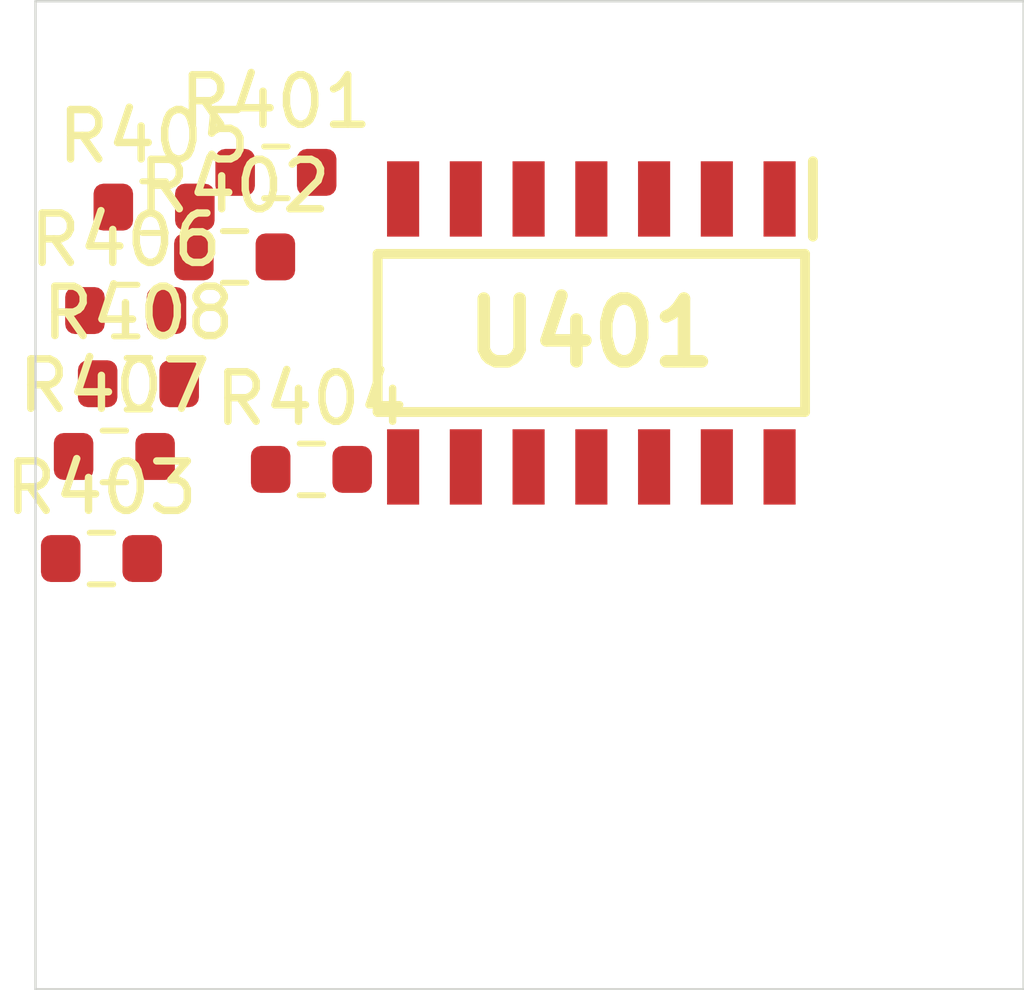
<source format=kicad_pcb>
 ( kicad_pcb  ( version 20171130 )
 ( host pcbnew 5.1.12-84ad8e8a86~92~ubuntu18.04.1 )
 ( general  ( thickness 1.6 )
 ( drawings 4 )
 ( tracks 0 )
 ( zones 0 )
 ( modules 9 )
 ( nets 14 )
)
 ( page A4 )
 ( layers  ( 0 F.Cu signal )
 ( 31 B.Cu signal )
 ( 32 B.Adhes user )
 ( 33 F.Adhes user )
 ( 34 B.Paste user )
 ( 35 F.Paste user )
 ( 36 B.SilkS user )
 ( 37 F.SilkS user )
 ( 38 B.Mask user )
 ( 39 F.Mask user )
 ( 40 Dwgs.User user )
 ( 41 Cmts.User user )
 ( 42 Eco1.User user )
 ( 43 Eco2.User user )
 ( 44 Edge.Cuts user )
 ( 45 Margin user )
 ( 46 B.CrtYd user )
 ( 47 F.CrtYd user )
 ( 48 B.Fab user )
 ( 49 F.Fab user )
)
 ( setup  ( last_trace_width 0.25 )
 ( trace_clearance 0.2 )
 ( zone_clearance 0.508 )
 ( zone_45_only no )
 ( trace_min 0.2 )
 ( via_size 0.8 )
 ( via_drill 0.4 )
 ( via_min_size 0.4 )
 ( via_min_drill 0.3 )
 ( uvia_size 0.3 )
 ( uvia_drill 0.1 )
 ( uvias_allowed no )
 ( uvia_min_size 0.2 )
 ( uvia_min_drill 0.1 )
 ( edge_width 0.05 )
 ( segment_width 0.2 )
 ( pcb_text_width 0.3 )
 ( pcb_text_size 1.5 1.5 )
 ( mod_edge_width 0.12 )
 ( mod_text_size 1 1 )
 ( mod_text_width 0.15 )
 ( pad_size 1.524 1.524 )
 ( pad_drill 0.762 )
 ( pad_to_mask_clearance 0 )
 ( aux_axis_origin 0 0 )
 ( visible_elements FFFFFF7F )
 ( pcbplotparams  ( layerselection 0x010fc_ffffffff )
 ( usegerberextensions false )
 ( usegerberattributes true )
 ( usegerberadvancedattributes true )
 ( creategerberjobfile true )
 ( excludeedgelayer true )
 ( linewidth 0.100000 )
 ( plotframeref false )
 ( viasonmask false )
 ( mode 1 )
 ( useauxorigin false )
 ( hpglpennumber 1 )
 ( hpglpenspeed 20 )
 ( hpglpendiameter 15.000000 )
 ( psnegative false )
 ( psa4output false )
 ( plotreference true )
 ( plotvalue true )
 ( plotinvisibletext false )
 ( padsonsilk false )
 ( subtractmaskfromsilk false )
 ( outputformat 1 )
 ( mirror false )
 ( drillshape 1 )
 ( scaleselection 1 )
 ( outputdirectory "" )
)
)
 ( net 0 "" )
 ( net 1 /Sheet6235D886/vp )
 ( net 2 /Sheet6248AD22/chn0 )
 ( net 3 /Sheet6248AD22/chn1 )
 ( net 4 /Sheet6248AD22/chn2 )
 ( net 5 /Sheet6248AD22/chn3 )
 ( net 6 "Net-(R401-Pad2)" )
 ( net 7 "Net-(R402-Pad2)" )
 ( net 8 "Net-(R403-Pad2)" )
 ( net 9 "Net-(R404-Pad2)" )
 ( net 10 /Sheet6248AD22/chn0_n )
 ( net 11 /Sheet6248AD22/chn1_n )
 ( net 12 /Sheet6248AD22/chn2_n )
 ( net 13 /Sheet6248AD22/chn3_n )
 ( net_class Default "This is the default net class."  ( clearance 0.2 )
 ( trace_width 0.25 )
 ( via_dia 0.8 )
 ( via_drill 0.4 )
 ( uvia_dia 0.3 )
 ( uvia_drill 0.1 )
 ( add_net /Sheet6235D886/vp )
 ( add_net /Sheet6248AD22/chn0 )
 ( add_net /Sheet6248AD22/chn0_n )
 ( add_net /Sheet6248AD22/chn1 )
 ( add_net /Sheet6248AD22/chn1_n )
 ( add_net /Sheet6248AD22/chn2 )
 ( add_net /Sheet6248AD22/chn2_n )
 ( add_net /Sheet6248AD22/chn3 )
 ( add_net /Sheet6248AD22/chn3_n )
 ( add_net "Net-(R401-Pad2)" )
 ( add_net "Net-(R402-Pad2)" )
 ( add_net "Net-(R403-Pad2)" )
 ( add_net "Net-(R404-Pad2)" )
)
 ( module Resistor_SMD:R_0603_1608Metric  ( layer F.Cu )
 ( tedit 5F68FEEE )
 ( tstamp 623425C8 )
 ( at 84.866100 103.464000 )
 ( descr "Resistor SMD 0603 (1608 Metric), square (rectangular) end terminal, IPC_7351 nominal, (Body size source: IPC-SM-782 page 72, https://www.pcb-3d.com/wordpress/wp-content/uploads/ipc-sm-782a_amendment_1_and_2.pdf), generated with kicad-footprint-generator" )
 ( tags resistor )
 ( path /6248AD23/6249ADFD )
 ( attr smd )
 ( fp_text reference R401  ( at 0 -1.43 )
 ( layer F.SilkS )
 ( effects  ( font  ( size 1 1 )
 ( thickness 0.15 )
)
)
)
 ( fp_text value 10M  ( at 0 1.43 )
 ( layer F.Fab )
 ( effects  ( font  ( size 1 1 )
 ( thickness 0.15 )
)
)
)
 ( fp_line  ( start -0.8 0.4125 )
 ( end -0.8 -0.4125 )
 ( layer F.Fab )
 ( width 0.1 )
)
 ( fp_line  ( start -0.8 -0.4125 )
 ( end 0.8 -0.4125 )
 ( layer F.Fab )
 ( width 0.1 )
)
 ( fp_line  ( start 0.8 -0.4125 )
 ( end 0.8 0.4125 )
 ( layer F.Fab )
 ( width 0.1 )
)
 ( fp_line  ( start 0.8 0.4125 )
 ( end -0.8 0.4125 )
 ( layer F.Fab )
 ( width 0.1 )
)
 ( fp_line  ( start -0.237258 -0.5225 )
 ( end 0.237258 -0.5225 )
 ( layer F.SilkS )
 ( width 0.12 )
)
 ( fp_line  ( start -0.237258 0.5225 )
 ( end 0.237258 0.5225 )
 ( layer F.SilkS )
 ( width 0.12 )
)
 ( fp_line  ( start -1.48 0.73 )
 ( end -1.48 -0.73 )
 ( layer F.CrtYd )
 ( width 0.05 )
)
 ( fp_line  ( start -1.48 -0.73 )
 ( end 1.48 -0.73 )
 ( layer F.CrtYd )
 ( width 0.05 )
)
 ( fp_line  ( start 1.48 -0.73 )
 ( end 1.48 0.73 )
 ( layer F.CrtYd )
 ( width 0.05 )
)
 ( fp_line  ( start 1.48 0.73 )
 ( end -1.48 0.73 )
 ( layer F.CrtYd )
 ( width 0.05 )
)
 ( fp_text user %R  ( at 0 0 )
 ( layer F.Fab )
 ( effects  ( font  ( size 0.4 0.4 )
 ( thickness 0.06 )
)
)
)
 ( pad 2 smd roundrect  ( at 0.825 0 )
 ( size 0.8 0.95 )
 ( layers F.Cu F.Mask F.Paste )
 ( roundrect_rratio 0.25 )
 ( net 6 "Net-(R401-Pad2)" )
)
 ( pad 1 smd roundrect  ( at -0.825 0 )
 ( size 0.8 0.95 )
 ( layers F.Cu F.Mask F.Paste )
 ( roundrect_rratio 0.25 )
 ( net 10 /Sheet6248AD22/chn0_n )
)
 ( model ${KISYS3DMOD}/Resistor_SMD.3dshapes/R_0603_1608Metric.wrl  ( at  ( xyz 0 0 0 )
)
 ( scale  ( xyz 1 1 1 )
)
 ( rotate  ( xyz 0 0 0 )
)
)
)
 ( module Resistor_SMD:R_0603_1608Metric  ( layer F.Cu )
 ( tedit 5F68FEEE )
 ( tstamp 623425D9 )
 ( at 84.029900 105.175000 )
 ( descr "Resistor SMD 0603 (1608 Metric), square (rectangular) end terminal, IPC_7351 nominal, (Body size source: IPC-SM-782 page 72, https://www.pcb-3d.com/wordpress/wp-content/uploads/ipc-sm-782a_amendment_1_and_2.pdf), generated with kicad-footprint-generator" )
 ( tags resistor )
 ( path /6248AD23/6249B75E )
 ( attr smd )
 ( fp_text reference R402  ( at 0 -1.43 )
 ( layer F.SilkS )
 ( effects  ( font  ( size 1 1 )
 ( thickness 0.15 )
)
)
)
 ( fp_text value 10M  ( at 0 1.43 )
 ( layer F.Fab )
 ( effects  ( font  ( size 1 1 )
 ( thickness 0.15 )
)
)
)
 ( fp_line  ( start 1.48 0.73 )
 ( end -1.48 0.73 )
 ( layer F.CrtYd )
 ( width 0.05 )
)
 ( fp_line  ( start 1.48 -0.73 )
 ( end 1.48 0.73 )
 ( layer F.CrtYd )
 ( width 0.05 )
)
 ( fp_line  ( start -1.48 -0.73 )
 ( end 1.48 -0.73 )
 ( layer F.CrtYd )
 ( width 0.05 )
)
 ( fp_line  ( start -1.48 0.73 )
 ( end -1.48 -0.73 )
 ( layer F.CrtYd )
 ( width 0.05 )
)
 ( fp_line  ( start -0.237258 0.5225 )
 ( end 0.237258 0.5225 )
 ( layer F.SilkS )
 ( width 0.12 )
)
 ( fp_line  ( start -0.237258 -0.5225 )
 ( end 0.237258 -0.5225 )
 ( layer F.SilkS )
 ( width 0.12 )
)
 ( fp_line  ( start 0.8 0.4125 )
 ( end -0.8 0.4125 )
 ( layer F.Fab )
 ( width 0.1 )
)
 ( fp_line  ( start 0.8 -0.4125 )
 ( end 0.8 0.4125 )
 ( layer F.Fab )
 ( width 0.1 )
)
 ( fp_line  ( start -0.8 -0.4125 )
 ( end 0.8 -0.4125 )
 ( layer F.Fab )
 ( width 0.1 )
)
 ( fp_line  ( start -0.8 0.4125 )
 ( end -0.8 -0.4125 )
 ( layer F.Fab )
 ( width 0.1 )
)
 ( fp_text user %R  ( at 0 0 )
 ( layer F.Fab )
 ( effects  ( font  ( size 0.4 0.4 )
 ( thickness 0.06 )
)
)
)
 ( pad 1 smd roundrect  ( at -0.825 0 )
 ( size 0.8 0.95 )
 ( layers F.Cu F.Mask F.Paste )
 ( roundrect_rratio 0.25 )
 ( net 11 /Sheet6248AD22/chn1_n )
)
 ( pad 2 smd roundrect  ( at 0.825 0 )
 ( size 0.8 0.95 )
 ( layers F.Cu F.Mask F.Paste )
 ( roundrect_rratio 0.25 )
 ( net 7 "Net-(R402-Pad2)" )
)
 ( model ${KISYS3DMOD}/Resistor_SMD.3dshapes/R_0603_1608Metric.wrl  ( at  ( xyz 0 0 0 )
)
 ( scale  ( xyz 1 1 1 )
)
 ( rotate  ( xyz 0 0 0 )
)
)
)
 ( module Resistor_SMD:R_0603_1608Metric  ( layer F.Cu )
 ( tedit 5F68FEEE )
 ( tstamp 623425EA )
 ( at 81.334900 111.280000 )
 ( descr "Resistor SMD 0603 (1608 Metric), square (rectangular) end terminal, IPC_7351 nominal, (Body size source: IPC-SM-782 page 72, https://www.pcb-3d.com/wordpress/wp-content/uploads/ipc-sm-782a_amendment_1_and_2.pdf), generated with kicad-footprint-generator" )
 ( tags resistor )
 ( path /6248AD23/6249FB7A )
 ( attr smd )
 ( fp_text reference R403  ( at 0 -1.43 )
 ( layer F.SilkS )
 ( effects  ( font  ( size 1 1 )
 ( thickness 0.15 )
)
)
)
 ( fp_text value 10M  ( at 0 1.43 )
 ( layer F.Fab )
 ( effects  ( font  ( size 1 1 )
 ( thickness 0.15 )
)
)
)
 ( fp_line  ( start 1.48 0.73 )
 ( end -1.48 0.73 )
 ( layer F.CrtYd )
 ( width 0.05 )
)
 ( fp_line  ( start 1.48 -0.73 )
 ( end 1.48 0.73 )
 ( layer F.CrtYd )
 ( width 0.05 )
)
 ( fp_line  ( start -1.48 -0.73 )
 ( end 1.48 -0.73 )
 ( layer F.CrtYd )
 ( width 0.05 )
)
 ( fp_line  ( start -1.48 0.73 )
 ( end -1.48 -0.73 )
 ( layer F.CrtYd )
 ( width 0.05 )
)
 ( fp_line  ( start -0.237258 0.5225 )
 ( end 0.237258 0.5225 )
 ( layer F.SilkS )
 ( width 0.12 )
)
 ( fp_line  ( start -0.237258 -0.5225 )
 ( end 0.237258 -0.5225 )
 ( layer F.SilkS )
 ( width 0.12 )
)
 ( fp_line  ( start 0.8 0.4125 )
 ( end -0.8 0.4125 )
 ( layer F.Fab )
 ( width 0.1 )
)
 ( fp_line  ( start 0.8 -0.4125 )
 ( end 0.8 0.4125 )
 ( layer F.Fab )
 ( width 0.1 )
)
 ( fp_line  ( start -0.8 -0.4125 )
 ( end 0.8 -0.4125 )
 ( layer F.Fab )
 ( width 0.1 )
)
 ( fp_line  ( start -0.8 0.4125 )
 ( end -0.8 -0.4125 )
 ( layer F.Fab )
 ( width 0.1 )
)
 ( fp_text user %R  ( at 0 0 )
 ( layer F.Fab )
 ( effects  ( font  ( size 0.4 0.4 )
 ( thickness 0.06 )
)
)
)
 ( pad 1 smd roundrect  ( at -0.825 0 )
 ( size 0.8 0.95 )
 ( layers F.Cu F.Mask F.Paste )
 ( roundrect_rratio 0.25 )
 ( net 12 /Sheet6248AD22/chn2_n )
)
 ( pad 2 smd roundrect  ( at 0.825 0 )
 ( size 0.8 0.95 )
 ( layers F.Cu F.Mask F.Paste )
 ( roundrect_rratio 0.25 )
 ( net 8 "Net-(R403-Pad2)" )
)
 ( model ${KISYS3DMOD}/Resistor_SMD.3dshapes/R_0603_1608Metric.wrl  ( at  ( xyz 0 0 0 )
)
 ( scale  ( xyz 1 1 1 )
)
 ( rotate  ( xyz 0 0 0 )
)
)
)
 ( module Resistor_SMD:R_0603_1608Metric  ( layer F.Cu )
 ( tedit 5F68FEEE )
 ( tstamp 623425FB )
 ( at 85.585000 109.476000 )
 ( descr "Resistor SMD 0603 (1608 Metric), square (rectangular) end terminal, IPC_7351 nominal, (Body size source: IPC-SM-782 page 72, https://www.pcb-3d.com/wordpress/wp-content/uploads/ipc-sm-782a_amendment_1_and_2.pdf), generated with kicad-footprint-generator" )
 ( tags resistor )
 ( path /6248AD23/6249FB74 )
 ( attr smd )
 ( fp_text reference R404  ( at 0 -1.43 )
 ( layer F.SilkS )
 ( effects  ( font  ( size 1 1 )
 ( thickness 0.15 )
)
)
)
 ( fp_text value 10M  ( at 0 1.43 )
 ( layer F.Fab )
 ( effects  ( font  ( size 1 1 )
 ( thickness 0.15 )
)
)
)
 ( fp_line  ( start -0.8 0.4125 )
 ( end -0.8 -0.4125 )
 ( layer F.Fab )
 ( width 0.1 )
)
 ( fp_line  ( start -0.8 -0.4125 )
 ( end 0.8 -0.4125 )
 ( layer F.Fab )
 ( width 0.1 )
)
 ( fp_line  ( start 0.8 -0.4125 )
 ( end 0.8 0.4125 )
 ( layer F.Fab )
 ( width 0.1 )
)
 ( fp_line  ( start 0.8 0.4125 )
 ( end -0.8 0.4125 )
 ( layer F.Fab )
 ( width 0.1 )
)
 ( fp_line  ( start -0.237258 -0.5225 )
 ( end 0.237258 -0.5225 )
 ( layer F.SilkS )
 ( width 0.12 )
)
 ( fp_line  ( start -0.237258 0.5225 )
 ( end 0.237258 0.5225 )
 ( layer F.SilkS )
 ( width 0.12 )
)
 ( fp_line  ( start -1.48 0.73 )
 ( end -1.48 -0.73 )
 ( layer F.CrtYd )
 ( width 0.05 )
)
 ( fp_line  ( start -1.48 -0.73 )
 ( end 1.48 -0.73 )
 ( layer F.CrtYd )
 ( width 0.05 )
)
 ( fp_line  ( start 1.48 -0.73 )
 ( end 1.48 0.73 )
 ( layer F.CrtYd )
 ( width 0.05 )
)
 ( fp_line  ( start 1.48 0.73 )
 ( end -1.48 0.73 )
 ( layer F.CrtYd )
 ( width 0.05 )
)
 ( fp_text user %R  ( at 0 0 )
 ( layer F.Fab )
 ( effects  ( font  ( size 0.4 0.4 )
 ( thickness 0.06 )
)
)
)
 ( pad 2 smd roundrect  ( at 0.825 0 )
 ( size 0.8 0.95 )
 ( layers F.Cu F.Mask F.Paste )
 ( roundrect_rratio 0.25 )
 ( net 9 "Net-(R404-Pad2)" )
)
 ( pad 1 smd roundrect  ( at -0.825 0 )
 ( size 0.8 0.95 )
 ( layers F.Cu F.Mask F.Paste )
 ( roundrect_rratio 0.25 )
 ( net 13 /Sheet6248AD22/chn3_n )
)
 ( model ${KISYS3DMOD}/Resistor_SMD.3dshapes/R_0603_1608Metric.wrl  ( at  ( xyz 0 0 0 )
)
 ( scale  ( xyz 1 1 1 )
)
 ( rotate  ( xyz 0 0 0 )
)
)
)
 ( module Resistor_SMD:R_0603_1608Metric  ( layer F.Cu )
 ( tedit 5F68FEEE )
 ( tstamp 6234260C )
 ( at 82.399800 104.167000 )
 ( descr "Resistor SMD 0603 (1608 Metric), square (rectangular) end terminal, IPC_7351 nominal, (Body size source: IPC-SM-782 page 72, https://www.pcb-3d.com/wordpress/wp-content/uploads/ipc-sm-782a_amendment_1_and_2.pdf), generated with kicad-footprint-generator" )
 ( tags resistor )
 ( path /6248AD23/62497F62 )
 ( attr smd )
 ( fp_text reference R405  ( at 0 -1.43 )
 ( layer F.SilkS )
 ( effects  ( font  ( size 1 1 )
 ( thickness 0.15 )
)
)
)
 ( fp_text value 750k  ( at 0 1.43 )
 ( layer F.Fab )
 ( effects  ( font  ( size 1 1 )
 ( thickness 0.15 )
)
)
)
 ( fp_line  ( start -0.8 0.4125 )
 ( end -0.8 -0.4125 )
 ( layer F.Fab )
 ( width 0.1 )
)
 ( fp_line  ( start -0.8 -0.4125 )
 ( end 0.8 -0.4125 )
 ( layer F.Fab )
 ( width 0.1 )
)
 ( fp_line  ( start 0.8 -0.4125 )
 ( end 0.8 0.4125 )
 ( layer F.Fab )
 ( width 0.1 )
)
 ( fp_line  ( start 0.8 0.4125 )
 ( end -0.8 0.4125 )
 ( layer F.Fab )
 ( width 0.1 )
)
 ( fp_line  ( start -0.237258 -0.5225 )
 ( end 0.237258 -0.5225 )
 ( layer F.SilkS )
 ( width 0.12 )
)
 ( fp_line  ( start -0.237258 0.5225 )
 ( end 0.237258 0.5225 )
 ( layer F.SilkS )
 ( width 0.12 )
)
 ( fp_line  ( start -1.48 0.73 )
 ( end -1.48 -0.73 )
 ( layer F.CrtYd )
 ( width 0.05 )
)
 ( fp_line  ( start -1.48 -0.73 )
 ( end 1.48 -0.73 )
 ( layer F.CrtYd )
 ( width 0.05 )
)
 ( fp_line  ( start 1.48 -0.73 )
 ( end 1.48 0.73 )
 ( layer F.CrtYd )
 ( width 0.05 )
)
 ( fp_line  ( start 1.48 0.73 )
 ( end -1.48 0.73 )
 ( layer F.CrtYd )
 ( width 0.05 )
)
 ( fp_text user %R  ( at 0 0 )
 ( layer F.Fab )
 ( effects  ( font  ( size 0.4 0.4 )
 ( thickness 0.06 )
)
)
)
 ( pad 2 smd roundrect  ( at 0.825 0 )
 ( size 0.8 0.95 )
 ( layers F.Cu F.Mask F.Paste )
 ( roundrect_rratio 0.25 )
 ( net 6 "Net-(R401-Pad2)" )
)
 ( pad 1 smd roundrect  ( at -0.825 0 )
 ( size 0.8 0.95 )
 ( layers F.Cu F.Mask F.Paste )
 ( roundrect_rratio 0.25 )
 ( net 1 /Sheet6235D886/vp )
)
 ( model ${KISYS3DMOD}/Resistor_SMD.3dshapes/R_0603_1608Metric.wrl  ( at  ( xyz 0 0 0 )
)
 ( scale  ( xyz 1 1 1 )
)
 ( rotate  ( xyz 0 0 0 )
)
)
)
 ( module Resistor_SMD:R_0603_1608Metric  ( layer F.Cu )
 ( tedit 5F68FEEE )
 ( tstamp 6234261D )
 ( at 81.825500 106.261000 )
 ( descr "Resistor SMD 0603 (1608 Metric), square (rectangular) end terminal, IPC_7351 nominal, (Body size source: IPC-SM-782 page 72, https://www.pcb-3d.com/wordpress/wp-content/uploads/ipc-sm-782a_amendment_1_and_2.pdf), generated with kicad-footprint-generator" )
 ( tags resistor )
 ( path /6248AD23/62499098 )
 ( attr smd )
 ( fp_text reference R406  ( at 0 -1.43 )
 ( layer F.SilkS )
 ( effects  ( font  ( size 1 1 )
 ( thickness 0.15 )
)
)
)
 ( fp_text value 750k  ( at 0 1.43 )
 ( layer F.Fab )
 ( effects  ( font  ( size 1 1 )
 ( thickness 0.15 )
)
)
)
 ( fp_line  ( start 1.48 0.73 )
 ( end -1.48 0.73 )
 ( layer F.CrtYd )
 ( width 0.05 )
)
 ( fp_line  ( start 1.48 -0.73 )
 ( end 1.48 0.73 )
 ( layer F.CrtYd )
 ( width 0.05 )
)
 ( fp_line  ( start -1.48 -0.73 )
 ( end 1.48 -0.73 )
 ( layer F.CrtYd )
 ( width 0.05 )
)
 ( fp_line  ( start -1.48 0.73 )
 ( end -1.48 -0.73 )
 ( layer F.CrtYd )
 ( width 0.05 )
)
 ( fp_line  ( start -0.237258 0.5225 )
 ( end 0.237258 0.5225 )
 ( layer F.SilkS )
 ( width 0.12 )
)
 ( fp_line  ( start -0.237258 -0.5225 )
 ( end 0.237258 -0.5225 )
 ( layer F.SilkS )
 ( width 0.12 )
)
 ( fp_line  ( start 0.8 0.4125 )
 ( end -0.8 0.4125 )
 ( layer F.Fab )
 ( width 0.1 )
)
 ( fp_line  ( start 0.8 -0.4125 )
 ( end 0.8 0.4125 )
 ( layer F.Fab )
 ( width 0.1 )
)
 ( fp_line  ( start -0.8 -0.4125 )
 ( end 0.8 -0.4125 )
 ( layer F.Fab )
 ( width 0.1 )
)
 ( fp_line  ( start -0.8 0.4125 )
 ( end -0.8 -0.4125 )
 ( layer F.Fab )
 ( width 0.1 )
)
 ( fp_text user %R  ( at 0 0 )
 ( layer F.Fab )
 ( effects  ( font  ( size 0.4 0.4 )
 ( thickness 0.06 )
)
)
)
 ( pad 1 smd roundrect  ( at -0.825 0 )
 ( size 0.8 0.95 )
 ( layers F.Cu F.Mask F.Paste )
 ( roundrect_rratio 0.25 )
 ( net 1 /Sheet6235D886/vp )
)
 ( pad 2 smd roundrect  ( at 0.825 0 )
 ( size 0.8 0.95 )
 ( layers F.Cu F.Mask F.Paste )
 ( roundrect_rratio 0.25 )
 ( net 7 "Net-(R402-Pad2)" )
)
 ( model ${KISYS3DMOD}/Resistor_SMD.3dshapes/R_0603_1608Metric.wrl  ( at  ( xyz 0 0 0 )
)
 ( scale  ( xyz 1 1 1 )
)
 ( rotate  ( xyz 0 0 0 )
)
)
)
 ( module Resistor_SMD:R_0603_1608Metric  ( layer F.Cu )
 ( tedit 5F68FEEE )
 ( tstamp 6234262E )
 ( at 81.596000 109.214000 )
 ( descr "Resistor SMD 0603 (1608 Metric), square (rectangular) end terminal, IPC_7351 nominal, (Body size source: IPC-SM-782 page 72, https://www.pcb-3d.com/wordpress/wp-content/uploads/ipc-sm-782a_amendment_1_and_2.pdf), generated with kicad-footprint-generator" )
 ( tags resistor )
 ( path /6248AD23/624A0FFB )
 ( attr smd )
 ( fp_text reference R407  ( at 0 -1.43 )
 ( layer F.SilkS )
 ( effects  ( font  ( size 1 1 )
 ( thickness 0.15 )
)
)
)
 ( fp_text value 1.5M  ( at 0 1.43 )
 ( layer F.Fab )
 ( effects  ( font  ( size 1 1 )
 ( thickness 0.15 )
)
)
)
 ( fp_line  ( start 1.48 0.73 )
 ( end -1.48 0.73 )
 ( layer F.CrtYd )
 ( width 0.05 )
)
 ( fp_line  ( start 1.48 -0.73 )
 ( end 1.48 0.73 )
 ( layer F.CrtYd )
 ( width 0.05 )
)
 ( fp_line  ( start -1.48 -0.73 )
 ( end 1.48 -0.73 )
 ( layer F.CrtYd )
 ( width 0.05 )
)
 ( fp_line  ( start -1.48 0.73 )
 ( end -1.48 -0.73 )
 ( layer F.CrtYd )
 ( width 0.05 )
)
 ( fp_line  ( start -0.237258 0.5225 )
 ( end 0.237258 0.5225 )
 ( layer F.SilkS )
 ( width 0.12 )
)
 ( fp_line  ( start -0.237258 -0.5225 )
 ( end 0.237258 -0.5225 )
 ( layer F.SilkS )
 ( width 0.12 )
)
 ( fp_line  ( start 0.8 0.4125 )
 ( end -0.8 0.4125 )
 ( layer F.Fab )
 ( width 0.1 )
)
 ( fp_line  ( start 0.8 -0.4125 )
 ( end 0.8 0.4125 )
 ( layer F.Fab )
 ( width 0.1 )
)
 ( fp_line  ( start -0.8 -0.4125 )
 ( end 0.8 -0.4125 )
 ( layer F.Fab )
 ( width 0.1 )
)
 ( fp_line  ( start -0.8 0.4125 )
 ( end -0.8 -0.4125 )
 ( layer F.Fab )
 ( width 0.1 )
)
 ( fp_text user %R  ( at 0 0 )
 ( layer F.Fab )
 ( effects  ( font  ( size 0.4 0.4 )
 ( thickness 0.06 )
)
)
)
 ( pad 1 smd roundrect  ( at -0.825 0 )
 ( size 0.8 0.95 )
 ( layers F.Cu F.Mask F.Paste )
 ( roundrect_rratio 0.25 )
 ( net 1 /Sheet6235D886/vp )
)
 ( pad 2 smd roundrect  ( at 0.825 0 )
 ( size 0.8 0.95 )
 ( layers F.Cu F.Mask F.Paste )
 ( roundrect_rratio 0.25 )
 ( net 8 "Net-(R403-Pad2)" )
)
 ( model ${KISYS3DMOD}/Resistor_SMD.3dshapes/R_0603_1608Metric.wrl  ( at  ( xyz 0 0 0 )
)
 ( scale  ( xyz 1 1 1 )
)
 ( rotate  ( xyz 0 0 0 )
)
)
)
 ( module Resistor_SMD:R_0603_1608Metric  ( layer F.Cu )
 ( tedit 5F68FEEE )
 ( tstamp 6234263F )
 ( at 82.083000 107.742000 )
 ( descr "Resistor SMD 0603 (1608 Metric), square (rectangular) end terminal, IPC_7351 nominal, (Body size source: IPC-SM-782 page 72, https://www.pcb-3d.com/wordpress/wp-content/uploads/ipc-sm-782a_amendment_1_and_2.pdf), generated with kicad-footprint-generator" )
 ( tags resistor )
 ( path /6248AD23/624A093C )
 ( attr smd )
 ( fp_text reference R408  ( at 0 -1.43 )
 ( layer F.SilkS )
 ( effects  ( font  ( size 1 1 )
 ( thickness 0.15 )
)
)
)
 ( fp_text value 1.5M  ( at 0 1.43 )
 ( layer F.Fab )
 ( effects  ( font  ( size 1 1 )
 ( thickness 0.15 )
)
)
)
 ( fp_line  ( start -0.8 0.4125 )
 ( end -0.8 -0.4125 )
 ( layer F.Fab )
 ( width 0.1 )
)
 ( fp_line  ( start -0.8 -0.4125 )
 ( end 0.8 -0.4125 )
 ( layer F.Fab )
 ( width 0.1 )
)
 ( fp_line  ( start 0.8 -0.4125 )
 ( end 0.8 0.4125 )
 ( layer F.Fab )
 ( width 0.1 )
)
 ( fp_line  ( start 0.8 0.4125 )
 ( end -0.8 0.4125 )
 ( layer F.Fab )
 ( width 0.1 )
)
 ( fp_line  ( start -0.237258 -0.5225 )
 ( end 0.237258 -0.5225 )
 ( layer F.SilkS )
 ( width 0.12 )
)
 ( fp_line  ( start -0.237258 0.5225 )
 ( end 0.237258 0.5225 )
 ( layer F.SilkS )
 ( width 0.12 )
)
 ( fp_line  ( start -1.48 0.73 )
 ( end -1.48 -0.73 )
 ( layer F.CrtYd )
 ( width 0.05 )
)
 ( fp_line  ( start -1.48 -0.73 )
 ( end 1.48 -0.73 )
 ( layer F.CrtYd )
 ( width 0.05 )
)
 ( fp_line  ( start 1.48 -0.73 )
 ( end 1.48 0.73 )
 ( layer F.CrtYd )
 ( width 0.05 )
)
 ( fp_line  ( start 1.48 0.73 )
 ( end -1.48 0.73 )
 ( layer F.CrtYd )
 ( width 0.05 )
)
 ( fp_text user %R  ( at 0 0 )
 ( layer F.Fab )
 ( effects  ( font  ( size 0.4 0.4 )
 ( thickness 0.06 )
)
)
)
 ( pad 2 smd roundrect  ( at 0.825 0 )
 ( size 0.8 0.95 )
 ( layers F.Cu F.Mask F.Paste )
 ( roundrect_rratio 0.25 )
 ( net 9 "Net-(R404-Pad2)" )
)
 ( pad 1 smd roundrect  ( at -0.825 0 )
 ( size 0.8 0.95 )
 ( layers F.Cu F.Mask F.Paste )
 ( roundrect_rratio 0.25 )
 ( net 1 /Sheet6235D886/vp )
)
 ( model ${KISYS3DMOD}/Resistor_SMD.3dshapes/R_0603_1608Metric.wrl  ( at  ( xyz 0 0 0 )
)
 ( scale  ( xyz 1 1 1 )
)
 ( rotate  ( xyz 0 0 0 )
)
)
)
 ( module TL074HIDR:SOIC127P600X175-14N locked  ( layer F.Cu )
 ( tedit 62336F37 )
 ( tstamp 62342709 )
 ( at 91.250400 106.714000 270.000000 )
 ( descr "D (-R-PDSO-G14)" )
 ( tags "Integrated Circuit" )
 ( path /6248AD23/624976B2 )
 ( attr smd )
 ( fp_text reference U401  ( at 0 0 )
 ( layer F.SilkS )
 ( effects  ( font  ( size 1.27 1.27 )
 ( thickness 0.254 )
)
)
)
 ( fp_text value TL074  ( at 0 0 )
 ( layer F.SilkS )
hide  ( effects  ( font  ( size 1.27 1.27 )
 ( thickness 0.254 )
)
)
)
 ( fp_line  ( start -3.725 -4.625 )
 ( end 3.725 -4.625 )
 ( layer Dwgs.User )
 ( width 0.05 )
)
 ( fp_line  ( start 3.725 -4.625 )
 ( end 3.725 4.625 )
 ( layer Dwgs.User )
 ( width 0.05 )
)
 ( fp_line  ( start 3.725 4.625 )
 ( end -3.725 4.625 )
 ( layer Dwgs.User )
 ( width 0.05 )
)
 ( fp_line  ( start -3.725 4.625 )
 ( end -3.725 -4.625 )
 ( layer Dwgs.User )
 ( width 0.05 )
)
 ( fp_line  ( start -1.95 -4.325 )
 ( end 1.95 -4.325 )
 ( layer Dwgs.User )
 ( width 0.1 )
)
 ( fp_line  ( start 1.95 -4.325 )
 ( end 1.95 4.325 )
 ( layer Dwgs.User )
 ( width 0.1 )
)
 ( fp_line  ( start 1.95 4.325 )
 ( end -1.95 4.325 )
 ( layer Dwgs.User )
 ( width 0.1 )
)
 ( fp_line  ( start -1.95 4.325 )
 ( end -1.95 -4.325 )
 ( layer Dwgs.User )
 ( width 0.1 )
)
 ( fp_line  ( start -1.95 -3.055 )
 ( end -0.68 -4.325 )
 ( layer Dwgs.User )
 ( width 0.1 )
)
 ( fp_line  ( start -1.6 -4.325 )
 ( end 1.6 -4.325 )
 ( layer F.SilkS )
 ( width 0.2 )
)
 ( fp_line  ( start 1.6 -4.325 )
 ( end 1.6 4.325 )
 ( layer F.SilkS )
 ( width 0.2 )
)
 ( fp_line  ( start 1.6 4.325 )
 ( end -1.6 4.325 )
 ( layer F.SilkS )
 ( width 0.2 )
)
 ( fp_line  ( start -1.6 4.325 )
 ( end -1.6 -4.325 )
 ( layer F.SilkS )
 ( width 0.2 )
)
 ( fp_line  ( start -3.475 -4.485 )
 ( end -1.95 -4.485 )
 ( layer F.SilkS )
 ( width 0.2 )
)
 ( pad 1 smd rect  ( at -2.712 -3.81 )
 ( size 0.65 1.525 )
 ( layers F.Cu F.Mask F.Paste )
 ( net 2 /Sheet6248AD22/chn0 )
)
 ( pad 2 smd rect  ( at -2.712 -2.54 )
 ( size 0.65 1.525 )
 ( layers F.Cu F.Mask F.Paste )
 ( net 2 /Sheet6248AD22/chn0 )
)
 ( pad 3 smd rect  ( at -2.712 -1.27 )
 ( size 0.65 1.525 )
 ( layers F.Cu F.Mask F.Paste )
 ( net 6 "Net-(R401-Pad2)" )
)
 ( pad 4 smd rect  ( at -2.712 0 )
 ( size 0.65 1.525 )
 ( layers F.Cu F.Mask F.Paste )
)
 ( pad 5 smd rect  ( at -2.712 1.27 )
 ( size 0.65 1.525 )
 ( layers F.Cu F.Mask F.Paste )
 ( net 7 "Net-(R402-Pad2)" )
)
 ( pad 6 smd rect  ( at -2.712 2.54 )
 ( size 0.65 1.525 )
 ( layers F.Cu F.Mask F.Paste )
 ( net 3 /Sheet6248AD22/chn1 )
)
 ( pad 7 smd rect  ( at -2.712 3.81 )
 ( size 0.65 1.525 )
 ( layers F.Cu F.Mask F.Paste )
 ( net 3 /Sheet6248AD22/chn1 )
)
 ( pad 8 smd rect  ( at 2.712 3.81 )
 ( size 0.65 1.525 )
 ( layers F.Cu F.Mask F.Paste )
 ( net 4 /Sheet6248AD22/chn2 )
)
 ( pad 9 smd rect  ( at 2.712 2.54 )
 ( size 0.65 1.525 )
 ( layers F.Cu F.Mask F.Paste )
 ( net 4 /Sheet6248AD22/chn2 )
)
 ( pad 10 smd rect  ( at 2.712 1.27 )
 ( size 0.65 1.525 )
 ( layers F.Cu F.Mask F.Paste )
 ( net 8 "Net-(R403-Pad2)" )
)
 ( pad 11 smd rect  ( at 2.712 0 )
 ( size 0.65 1.525 )
 ( layers F.Cu F.Mask F.Paste )
)
 ( pad 12 smd rect  ( at 2.712 -1.27 )
 ( size 0.65 1.525 )
 ( layers F.Cu F.Mask F.Paste )
 ( net 9 "Net-(R404-Pad2)" )
)
 ( pad 13 smd rect  ( at 2.712 -2.54 )
 ( size 0.65 1.525 )
 ( layers F.Cu F.Mask F.Paste )
 ( net 5 /Sheet6248AD22/chn3 )
)
 ( pad 14 smd rect  ( at 2.712 -3.81 )
 ( size 0.65 1.525 )
 ( layers F.Cu F.Mask F.Paste )
 ( net 5 /Sheet6248AD22/chn3 )
)
)
 ( gr_line  ( start 100 100 )
 ( end 100 120 )
 ( layer Edge.Cuts )
 ( width 0.05 )
 ( tstamp 62E76D2A )
)
 ( gr_line  ( start 80 120 )
 ( end 100 120 )
 ( layer Edge.Cuts )
 ( width 0.05 )
 ( tstamp 62E76D27 )
)
 ( gr_line  ( start 80 100 )
 ( end 80 120 )
 ( layer Edge.Cuts )
 ( width 0.05 )
 ( tstamp 6234110C )
)
 ( gr_line  ( start 80 100 )
 ( end 100 100 )
 ( layer Edge.Cuts )
 ( width 0.05 )
)
)

</source>
